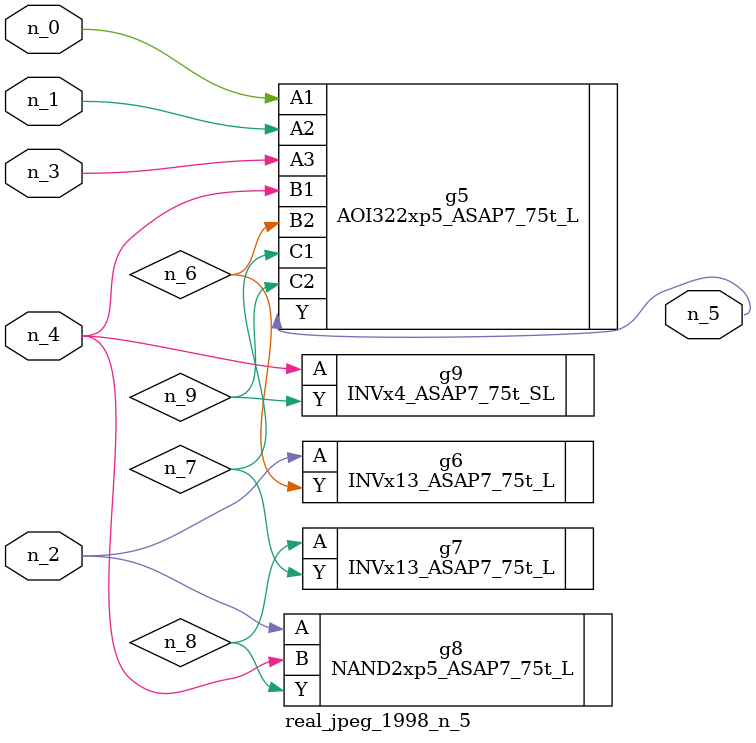
<source format=v>
module real_jpeg_1998_n_5 (n_4, n_0, n_1, n_2, n_3, n_5);

input n_4;
input n_0;
input n_1;
input n_2;
input n_3;

output n_5;

wire n_8;
wire n_6;
wire n_7;
wire n_9;

AOI322xp5_ASAP7_75t_L g5 ( 
.A1(n_0),
.A2(n_1),
.A3(n_3),
.B1(n_4),
.B2(n_6),
.C1(n_7),
.C2(n_9),
.Y(n_5)
);

INVx13_ASAP7_75t_L g6 ( 
.A(n_2),
.Y(n_6)
);

NAND2xp5_ASAP7_75t_L g8 ( 
.A(n_2),
.B(n_4),
.Y(n_8)
);

INVx4_ASAP7_75t_SL g9 ( 
.A(n_4),
.Y(n_9)
);

INVx13_ASAP7_75t_L g7 ( 
.A(n_8),
.Y(n_7)
);


endmodule
</source>
